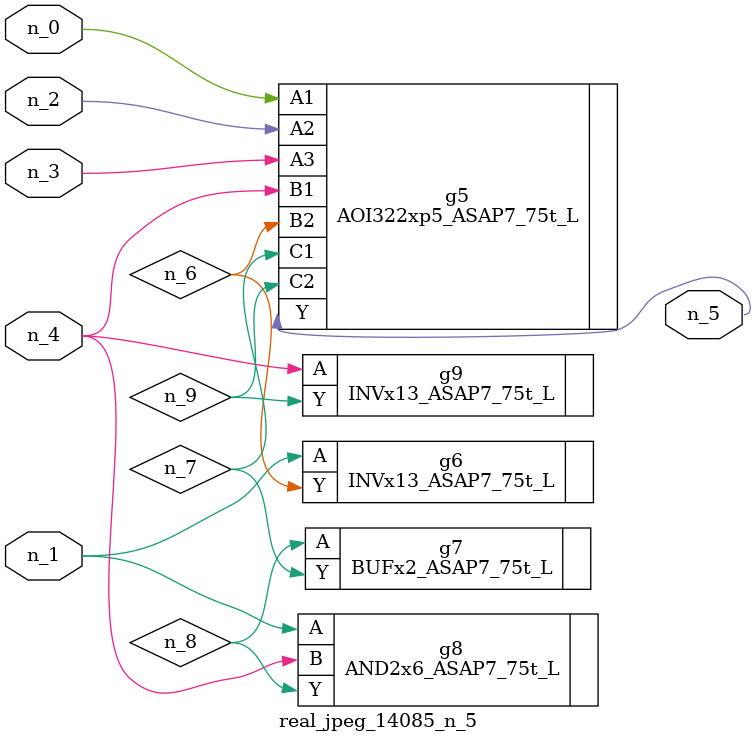
<source format=v>
module real_jpeg_14085_n_5 (n_4, n_0, n_1, n_2, n_3, n_5);

input n_4;
input n_0;
input n_1;
input n_2;
input n_3;

output n_5;

wire n_8;
wire n_6;
wire n_7;
wire n_9;

AOI322xp5_ASAP7_75t_L g5 ( 
.A1(n_0),
.A2(n_2),
.A3(n_3),
.B1(n_4),
.B2(n_6),
.C1(n_7),
.C2(n_9),
.Y(n_5)
);

INVx13_ASAP7_75t_L g6 ( 
.A(n_1),
.Y(n_6)
);

AND2x6_ASAP7_75t_L g8 ( 
.A(n_1),
.B(n_4),
.Y(n_8)
);

INVx13_ASAP7_75t_L g9 ( 
.A(n_4),
.Y(n_9)
);

BUFx2_ASAP7_75t_L g7 ( 
.A(n_8),
.Y(n_7)
);


endmodule
</source>
